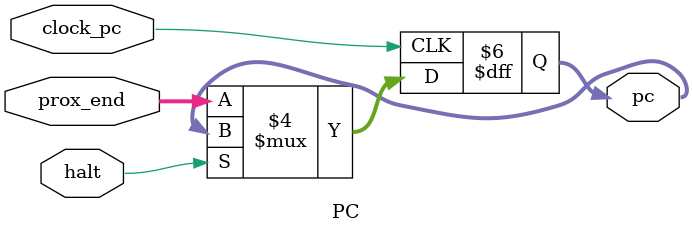
<source format=v>
module PC(clock_pc, prox_end, halt, pc);
	input wire clock_pc;
	input wire [31:0] prox_end;
	input wire halt;
	output reg [31:0] pc;
	

	always @(posedge clock_pc)
	begin
		if(halt == 0) begin
			pc = prox_end;
		end
	end

endmodule 
</source>
